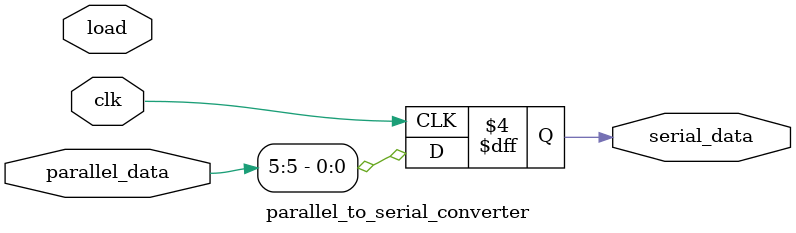
<source format=v>
module parallel_to_serial_converter (
    input wire clk,
    input wire [5:0] parallel_data,
    input wire load,
    output reg serial_data
);

    always @(posedge clk) begin
        if (load)
            serial_data <= parallel_data[5];
        else
            serial_data <= {serial_data, parallel_data[5]};
    end

endmodule

</source>
